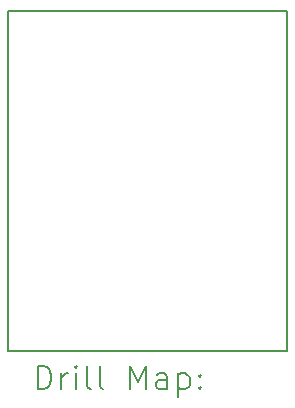
<source format=gbr>
%TF.GenerationSoftware,KiCad,Pcbnew,9.0.6*%
%TF.CreationDate,2026-01-06T18:42:53+05:30*%
%TF.ProjectId,Servo Motor Tester,53657276-6f20-44d6-9f74-6f7220546573,rev?*%
%TF.SameCoordinates,Original*%
%TF.FileFunction,Drillmap*%
%TF.FilePolarity,Positive*%
%FSLAX45Y45*%
G04 Gerber Fmt 4.5, Leading zero omitted, Abs format (unit mm)*
G04 Created by KiCad (PCBNEW 9.0.6) date 2026-01-06 18:42:53*
%MOMM*%
%LPD*%
G01*
G04 APERTURE LIST*
%ADD10C,0.200000*%
G04 APERTURE END LIST*
D10*
X12260000Y-8028500D02*
X14621839Y-8028500D01*
X14621839Y-10911500D01*
X12260000Y-10911500D01*
X12260000Y-8028500D01*
X12510777Y-11232984D02*
X12510777Y-11032984D01*
X12510777Y-11032984D02*
X12558396Y-11032984D01*
X12558396Y-11032984D02*
X12586967Y-11042508D01*
X12586967Y-11042508D02*
X12606015Y-11061555D01*
X12606015Y-11061555D02*
X12615539Y-11080603D01*
X12615539Y-11080603D02*
X12625062Y-11118698D01*
X12625062Y-11118698D02*
X12625062Y-11147270D01*
X12625062Y-11147270D02*
X12615539Y-11185365D01*
X12615539Y-11185365D02*
X12606015Y-11204412D01*
X12606015Y-11204412D02*
X12586967Y-11223460D01*
X12586967Y-11223460D02*
X12558396Y-11232984D01*
X12558396Y-11232984D02*
X12510777Y-11232984D01*
X12710777Y-11232984D02*
X12710777Y-11099650D01*
X12710777Y-11137746D02*
X12720301Y-11118698D01*
X12720301Y-11118698D02*
X12729824Y-11109174D01*
X12729824Y-11109174D02*
X12748872Y-11099650D01*
X12748872Y-11099650D02*
X12767920Y-11099650D01*
X12834586Y-11232984D02*
X12834586Y-11099650D01*
X12834586Y-11032984D02*
X12825062Y-11042508D01*
X12825062Y-11042508D02*
X12834586Y-11052031D01*
X12834586Y-11052031D02*
X12844110Y-11042508D01*
X12844110Y-11042508D02*
X12834586Y-11032984D01*
X12834586Y-11032984D02*
X12834586Y-11052031D01*
X12958396Y-11232984D02*
X12939348Y-11223460D01*
X12939348Y-11223460D02*
X12929824Y-11204412D01*
X12929824Y-11204412D02*
X12929824Y-11032984D01*
X13063158Y-11232984D02*
X13044110Y-11223460D01*
X13044110Y-11223460D02*
X13034586Y-11204412D01*
X13034586Y-11204412D02*
X13034586Y-11032984D01*
X13291729Y-11232984D02*
X13291729Y-11032984D01*
X13291729Y-11032984D02*
X13358396Y-11175841D01*
X13358396Y-11175841D02*
X13425062Y-11032984D01*
X13425062Y-11032984D02*
X13425062Y-11232984D01*
X13606015Y-11232984D02*
X13606015Y-11128222D01*
X13606015Y-11128222D02*
X13596491Y-11109174D01*
X13596491Y-11109174D02*
X13577443Y-11099650D01*
X13577443Y-11099650D02*
X13539348Y-11099650D01*
X13539348Y-11099650D02*
X13520301Y-11109174D01*
X13606015Y-11223460D02*
X13586967Y-11232984D01*
X13586967Y-11232984D02*
X13539348Y-11232984D01*
X13539348Y-11232984D02*
X13520301Y-11223460D01*
X13520301Y-11223460D02*
X13510777Y-11204412D01*
X13510777Y-11204412D02*
X13510777Y-11185365D01*
X13510777Y-11185365D02*
X13520301Y-11166317D01*
X13520301Y-11166317D02*
X13539348Y-11156793D01*
X13539348Y-11156793D02*
X13586967Y-11156793D01*
X13586967Y-11156793D02*
X13606015Y-11147270D01*
X13701253Y-11099650D02*
X13701253Y-11299650D01*
X13701253Y-11109174D02*
X13720301Y-11099650D01*
X13720301Y-11099650D02*
X13758396Y-11099650D01*
X13758396Y-11099650D02*
X13777443Y-11109174D01*
X13777443Y-11109174D02*
X13786967Y-11118698D01*
X13786967Y-11118698D02*
X13796491Y-11137746D01*
X13796491Y-11137746D02*
X13796491Y-11194888D01*
X13796491Y-11194888D02*
X13786967Y-11213936D01*
X13786967Y-11213936D02*
X13777443Y-11223460D01*
X13777443Y-11223460D02*
X13758396Y-11232984D01*
X13758396Y-11232984D02*
X13720301Y-11232984D01*
X13720301Y-11232984D02*
X13701253Y-11223460D01*
X13882205Y-11213936D02*
X13891729Y-11223460D01*
X13891729Y-11223460D02*
X13882205Y-11232984D01*
X13882205Y-11232984D02*
X13872682Y-11223460D01*
X13872682Y-11223460D02*
X13882205Y-11213936D01*
X13882205Y-11213936D02*
X13882205Y-11232984D01*
X13882205Y-11109174D02*
X13891729Y-11118698D01*
X13891729Y-11118698D02*
X13882205Y-11128222D01*
X13882205Y-11128222D02*
X13872682Y-11118698D01*
X13872682Y-11118698D02*
X13882205Y-11109174D01*
X13882205Y-11109174D02*
X13882205Y-11128222D01*
M02*

</source>
